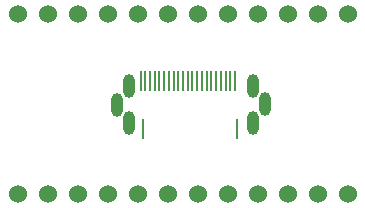
<source format=gbr>
%TF.GenerationSoftware,KiCad,Pcbnew,(7.0.0)*%
%TF.CreationDate,2023-08-25T10:12:56+02:00*%
%TF.ProjectId,JIG_MULTI,4a49475f-4d55-44c5-9449-2e6b69636164,rev?*%
%TF.SameCoordinates,Original*%
%TF.FileFunction,Paste,Top*%
%TF.FilePolarity,Positive*%
%FSLAX46Y46*%
G04 Gerber Fmt 4.6, Leading zero omitted, Abs format (unit mm)*
G04 Created by KiCad (PCBNEW (7.0.0)) date 2023-08-25 10:12:56*
%MOMM*%
%LPD*%
G01*
G04 APERTURE LIST*
%ADD10C,1.524000*%
%ADD11R,0.200000X1.800000*%
%ADD12O,1.000000X2.000000*%
G04 APERTURE END LIST*
D10*
%TO.C,U1*%
X64897000Y-88900000D03*
X67437000Y-88900000D03*
X69977000Y-88900000D03*
X72517000Y-88900000D03*
X75057000Y-88900000D03*
X77597000Y-88900000D03*
X80137000Y-88900000D03*
X82677000Y-88900000D03*
X85217000Y-88900000D03*
X87757000Y-88900000D03*
X90297000Y-88900000D03*
X92837000Y-88900000D03*
%TD*%
%TO.C,U0*%
X64897000Y-73660000D03*
X67437000Y-73660000D03*
X69977000Y-73660000D03*
X72517000Y-73660000D03*
X75057000Y-73660000D03*
X77597000Y-73660000D03*
X80137000Y-73660000D03*
X82677000Y-73660000D03*
X85217000Y-73660000D03*
X87757000Y-73660000D03*
X90297000Y-73660000D03*
X92837000Y-73660000D03*
%TD*%
D11*
%TO.C,UDC*%
X75294999Y-79355999D03*
X75694999Y-79355999D03*
X76094999Y-79355999D03*
X76494999Y-79355999D03*
X76894999Y-79355999D03*
X77294999Y-79355999D03*
X77694999Y-79355999D03*
X78094999Y-79355999D03*
X78494999Y-79355999D03*
X78894999Y-79355999D03*
X79294999Y-79355999D03*
X79694999Y-79355999D03*
X80094999Y-79355999D03*
X80494999Y-79355999D03*
X80894999Y-79355999D03*
X81294999Y-79355999D03*
X81694999Y-79355999D03*
X82094999Y-79355999D03*
X82494999Y-79355999D03*
X82894999Y-79355999D03*
X83294999Y-79355999D03*
X75494999Y-83355999D03*
X83494999Y-83355999D03*
D12*
X74294999Y-79755999D03*
X74294999Y-82855999D03*
X73294999Y-81355999D03*
X84794999Y-82855999D03*
X84794999Y-79755999D03*
X85794999Y-81255999D03*
%TD*%
M02*

</source>
